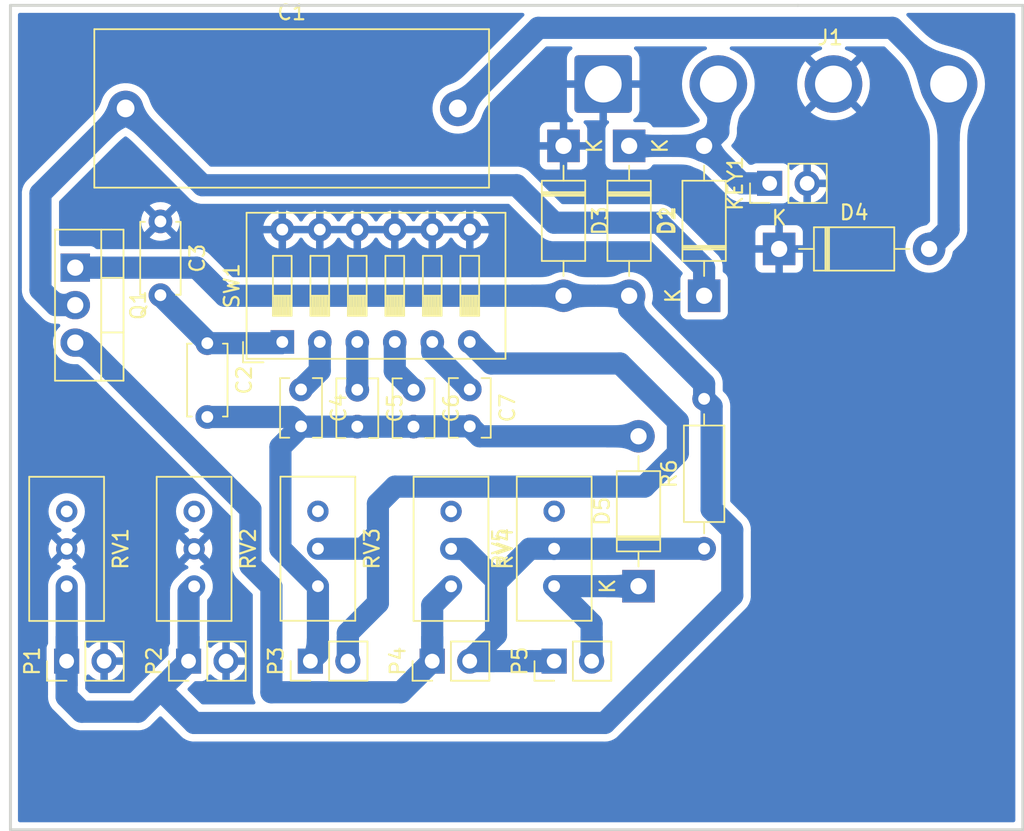
<source format=kicad_pcb>
(kicad_pcb (version 20211014) (generator pcbnew)
  (layers (0 "F.Cu" signal) (31 "B.Cu" signal) (34 "B.Paste" user) (35 "F.Paste" user) (36 "B.SilkS" user "B.Silkscreen") (37 "F.SilkS" user "F.Silkscreen") (38 "B.Mask" user) (39 "F.Mask" user) (44 "Edge.Cuts" user))
  (net 0 "")
  (net 1 "GND")
  (net 2 "Net-(C1-Pad1)")
  (net 3 "Net-(C2-Pad1)")
  (net 4 "RWIRE")
  (net 5 "Net-(C4-Pad1)")
  (net 6 "BWIRE")
  (net 7 "Net-(D5-Pad1)")
  (net 8 "Net-(D1-Pad2)")
  (net 9 "Net-(C2-Pad2)")
  (net 10 "Net-(C5-Pad1)")
  (net 11 "Net-(C6-Pad1)")
  (net 12 "Net-(C7-Pad1)")
  (net 13 "Net-(P4-Pad1)")
  (net 14 "Net-(P4-Pad2)")
  (net 17 "Net-(P3-Pad2)")
  (footprint "Button_Switch_THT:SW_DIP_SPSTx06_Slide_9.78x17.42mm_W7.62mm_P2.54mm" (layer "F.Cu") (at 84.455 78.6975 90)
    (fp_text reference "SW1" (at 3.81 -3.42 90) (layer "F.SilkS"))
    (fp_text value "SW_DIP_x06")
    (pad "1" thru_hole rect (at 0 0 90) (size 1.6 1.6) (drill 0.8) (layers *.Cu *.Mask) (net 3 "Net-(C2-Pad1)"))
    (pad "2" thru_hole oval (at 0 2.54 90) (size 1.6 1.6) (drill 0.8) (layers *.Cu *.Mask) (net 5 "Net-(C4-Pad1)"))
    (pad "3" thru_hole oval (at 0 5.08 90) (size 1.6 1.6) (drill 0.8) (layers *.Cu *.Mask) (net 10 "Net-(C5-Pad1)"))
    (pad "4" thru_hole oval (at 0 7.62 90) (size 1.6 1.6) (drill 0.8) (layers *.Cu *.Mask) (net 11 "Net-(C6-Pad1)"))
    (pad "5" thru_hole oval (at 0 10.16 90) (size 1.6 1.6) (drill 0.8) (layers *.Cu *.Mask) (net 12 "Net-(C7-Pad1)"))
    (pad "6" thru_hole oval (at 0 12.7 90) (size 1.6 1.6) (drill 0.8) (layers *.Cu *.Mask) (net 17 "Net-(P3-Pad2)"))
    (pad "7" thru_hole oval (at 7.62 12.7 90) (size 1.6 1.6) (drill 0.8) (layers *.Cu *.Mask) (net 1 "GND"))
    (pad "8" thru_hole oval (at 7.62 10.16 90) (size 1.6 1.6) (drill 0.8) (layers *.Cu *.Mask) (net 1 "GND"))
    (pad "9" thru_hole oval (at 7.62 7.62 90) (size 1.6 1.6) (drill 0.8) (layers *.Cu *.Mask) (net 1 "GND"))
    (pad "10" thru_hole oval (at 7.62 5.08 90) (size 1.6 1.6) (drill 0.8) (layers *.Cu *.Mask) (net 1 "GND"))
    (pad "11" thru_hole oval (at 7.62 2.54 90) (size 1.6 1.6) (drill 0.8) (layers *.Cu *.Mask) (net 1 "GND"))
    (pad "12" thru_hole oval (at 7.62 0 90) (size 1.6 1.6) (drill 0.8) (layers *.Cu *.Mask) (net 1 "GND"))
  )
  (footprint "Connector_PinHeader_2.54mm:PinHeader_1x02_P2.54mm_Vertical" (layer "F.Cu") (at 69.845 100.33 90)
    (fp_text reference "P1" (at 0 -2.33 90) (layer "F.SilkS"))
    (fp_text value "Conn_01x02_Female")
    (pad "1" thru_hole rect (at 0 0 90) (size 1.7 1.7) (drill 1) (layers *.Cu *.Mask) (net 8 "Net-(D1-Pad2)"))
    (pad "2" thru_hole oval (at 0 2.54 90) (size 1.7 1.7) (drill 1) (layers *.Cu *.Mask) (net 1 "GND"))
  )
  (footprint "Diode_THT:D_DO-41_SOD81_P10.16mm_Horizontal" (layer "F.Cu") (at 103.505 65.405 -90)
    (fp_text reference "D3" (at 5.08 -2.47 90) (layer "F.SilkS"))
    (fp_text value "1N4007")
    (fp_text user "K" (at 0 -2.1 90) (layer "F.SilkS"))
    (pad "1" thru_hole rect (at 0 0 270) (size 2.2 2.2) (drill 1.1) (layers *.Cu *.Mask) (net 1 "GND"))
    (pad "2" thru_hole oval (at 10.16 0 270) (size 2.2 2.2) (drill 1.1) (layers *.Cu *.Mask) (net 8 "Net-(D1-Pad2)"))
  )
  (footprint "Diode_THT:D_DO-41_SOD81_P10.16mm_Horizontal" (layer "F.Cu") (at 118.11 72.39)
    (fp_text reference "D4" (at 5.08 -2.47) (layer "F.SilkS"))
    (fp_text value "1N4007")
    (fp_text user "K" (at 0 -2.1) (layer "F.SilkS"))
    (pad "1" thru_hole rect (at 0 0) (size 2.2 2.2) (drill 1.1) (layers *.Cu *.Mask) (net 1 "GND"))
    (pad "2" thru_hole oval (at 10.16 0) (size 2.2 2.2) (drill 1.1) (layers *.Cu *.Mask) (net 4 "RWIRE"))
  )
  (footprint "Diode_THT:D_DO-41_SOD81_P10.16mm_Horizontal" (layer "F.Cu") (at 113.03 75.565 90)
    (fp_text reference "D2" (at 5.08 -2.47 90) (layer "F.SilkS"))
    (fp_text value "1N4007")
    (fp_text user "K" (at 0 -2.1 90) (layer "F.SilkS"))
    (pad "1" thru_hole rect (at 0 0 90) (size 2.2 2.2) (drill 1.1) (layers *.Cu *.Mask) (net 2 "Net-(C1-Pad1)"))
    (pad "2" thru_hole oval (at 10.16 0 90) (size 2.2 2.2) (drill 1.1) (layers *.Cu *.Mask) (net 6 "BWIRE"))
  )
  (footprint "Connector_PinHeader_2.54mm:PinHeader_1x02_P2.54mm_Vertical" (layer "F.Cu") (at 86.355 100.33 90)
    (fp_text reference "P3" (at 0 -2.33 90) (layer "F.SilkS"))
    (fp_text value "Conn_01x02_Female")
    (pad "1" thru_hole rect (at 0 0 90) (size 1.7 1.7) (drill 1) (layers *.Cu *.Mask) (net 9 "Net-(C2-Pad2)"))
    (pad "2" thru_hole oval (at 0 2.54 90) (size 1.7 1.7) (drill 1) (layers *.Cu *.Mask) (net 17 "Net-(P3-Pad2)"))
  )
  (footprint "Potentiometer_THT:Potentiometer_Bourns_3296W_Vertical" (layer "F.Cu") (at 78.486 95.26 -90)
    (fp_text reference "RV2" (at -2.54 -3.66 -90) (layer "F.SilkS"))
    (fp_text value "500")
    (pad "1" thru_hole circle (at 0 0 270) (size 1.44 1.44) (drill 0.8) (layers *.Cu *.Mask) (net 8 "Net-(D1-Pad2)"))
    (pad "2" thru_hole circle (at -2.54 0 270) (size 1.44 1.44) (drill 0.8) (layers *.Cu *.Mask) (net 1 "GND"))
    (pad "3" thru_hole circle (at -5.08 0 270) (size 1.44 1.44) (drill 0.8) (layers *.Cu *.Mask))
  )
  (footprint "Capacitor_THT:C_Disc_D3.8mm_W2.6mm_P2.50mm" (layer "F.Cu") (at 85.725 81.915 -90)
    (fp_text reference "C4" (at 1.25 -2.55 90) (layer "F.SilkS"))
    (fp_text value "0.47uF")
    (pad "1" thru_hole circle (at 0 0 270) (size 1.6 1.6) (drill 0.8) (layers *.Cu *.Mask) (net 5 "Net-(C4-Pad1)"))
    (pad "2" thru_hole circle (at 2.5 0 270) (size 1.6 1.6) (drill 0.8) (layers *.Cu *.Mask) (net 9 "Net-(C2-Pad2)"))
  )
  (footprint "Capacitor_THT:C_Disc_D3.8mm_W2.6mm_P2.50mm" (layer "F.Cu") (at 97.155 81.915 -90)
    (fp_text reference "C7" (at 1.25 -2.55 90) (layer "F.SilkS"))
    (fp_text value "0.47uF")
    (pad "1" thru_hole circle (at 0 0 270) (size 1.6 1.6) (drill 0.8) (layers *.Cu *.Mask) (net 12 "Net-(C7-Pad1)"))
    (pad "2" thru_hole circle (at 2.5 0 270) (size 1.6 1.6) (drill 0.8) (layers *.Cu *.Mask) (net 9 "Net-(C2-Pad2)"))
  )
  (footprint "Capacitor_THT:C_Disc_D3.8mm_W2.6mm_P2.50mm" (layer "F.Cu") (at 89.535 81.935 -90)
    (fp_text reference "C5" (at 1.25 -2.55 90) (layer "F.SilkS"))
    (fp_text value "0.47uF")
    (pad "1" thru_hole circle (at 0 0 270) (size 1.6 1.6) (drill 0.8) (layers *.Cu *.Mask) (net 10 "Net-(C5-Pad1)"))
    (pad "2" thru_hole circle (at 2.5 0 270) (size 1.6 1.6) (drill 0.8) (layers *.Cu *.Mask) (net 9 "Net-(C2-Pad2)"))
  )
  (footprint "Capacitor_THT:C_Disc_D4.7mm_W2.5mm_P5.00mm" (layer "F.Cu") (at 79.375 78.78 -90)
    (fp_text reference "C2" (at 2.5 -2.5 90) (layer "F.SilkS"))
    (fp_text value "4.7uF")
    (pad "1" thru_hole circle (at 0 0 270) (size 1.6 1.6) (drill 0.8) (layers *.Cu *.Mask) (net 3 "Net-(C2-Pad1)"))
    (pad "2" thru_hole circle (at 5 0 270) (size 1.6 1.6) (drill 0.8) (layers *.Cu *.Mask) (net 9 "Net-(C2-Pad2)"))
  )
  (footprint "Diode_THT:D_DO-41_SOD81_P10.16mm_Horizontal" (layer "F.Cu") (at 107.95 65.405 -90)
    (fp_text reference "D1" (at 5.08 -2.47 90) (layer "F.SilkS"))
    (fp_text value "1N4007")
    (fp_text user "K" (at 0 -2.1 90) (layer "F.SilkS"))
    (pad "1" thru_hole rect (at 0 0 270) (size 2.2 2.2) (drill 1.1) (layers *.Cu *.Mask) (net 6 "BWIRE"))
    (pad "2" thru_hole oval (at 10.16 0 270) (size 2.2 2.2) (drill 1.1) (layers *.Cu *.Mask) (net 8 "Net-(D1-Pad2)"))
  )
  (footprint "Capacitor_THT:C_Disc_D4.7mm_W2.5mm_P5.00mm" (layer "F.Cu") (at 76.2 70.525 -90)
    (fp_text reference "C3" (at 2.5 -2.5 90) (layer "F.SilkS"))
    (fp_text value "4.7uF")
    (pad "1" thru_hole circle (at 0 0 270) (size 1.6 1.6) (drill 0.8) (layers *.Cu *.Mask) (net 1 "GND"))
    (pad "2" thru_hole circle (at 5 0 270) (size 1.6 1.6) (drill 0.8) (layers *.Cu *.Mask) (net 3 "Net-(C2-Pad1)"))
  )
  (footprint "Connector_PinHeader_2.54mm:PinHeader_1x02_P2.54mm_Vertical" (layer "F.Cu") (at 102.87 100.33 90)
    (fp_text reference "P5" (at 0 -2.33 90) (layer "F.SilkS"))
    (fp_text value "Conn_01x02_Female")
    (pad "1" thru_hole rect (at 0 0 90) (size 1.7 1.7) (drill 1) (layers *.Cu *.Mask) (net 14 "Net-(P4-Pad2)"))
    (pad "2" thru_hole oval (at 0 2.54 90) (size 1.7 1.7) (drill 1) (layers *.Cu *.Mask) (net 7 "Net-(D5-Pad1)"))
  )
  (footprint "Connector_Wire:SolderWire-2sqmm_1x04_P7.8mm_D2mm_OD3.9mm" (layer "F.Cu") (at 106.193 61.214)
    (fp_text reference "J1" (at 15.383 -3.15) (layer "F.SilkS"))
    (fp_text value "Conn_01x04_Male")
    (pad "1" thru_hole roundrect locked (at 0 0) (size 3.9 3.9) (drill 2.5) (layers *.Cu *.Mask) (roundrect_rratio 0.06410307692) (net 1 "GND"))
    (pad "2" thru_hole circle locked (at 7.8 0) (size 3.9 3.9) (drill 2.5) (layers *.Cu *.Mask) (net 6 "BWIRE"))
    (pad "3" thru_hole circle locked (at 15.6 0) (size 3.9 3.9) (drill 2.5) (layers *.Cu *.Mask) (net 1 "GND"))
    (pad "4" thru_hole circle locked (at 23.4 0) (size 3.9 3.9) (drill 2.5) (layers *.Cu *.Mask) (net 4 "RWIRE"))
  )
  (footprint "Potentiometer_THT:Potentiometer_Bourns_3296W_Vertical" (layer "F.Cu") (at 86.868 95.25 -90)
    (fp_text reference "RV3" (at -2.54 -3.66 90) (layer "F.SilkS"))
    (fp_text value "1k")
    (pad "1" thru_hole circle (at 0 0 270) (size 1.44 1.44) (drill 0.8) (layers *.Cu *.Mask) (net 9 "Net-(C2-Pad2)"))
    (pad "2" thru_hole circle (at -2.54 0 270) (size 1.44 1.44) (drill 0.8) (layers *.Cu *.Mask) (net 17 "Net-(P3-Pad2)"))
    (pad "3" thru_hole circle (at -5.08 0 270) (size 1.44 1.44) (drill 0.8) (layers *.Cu *.Mask))
  )
  (footprint "Capacitor_THT:C_Disc_D3.8mm_W2.6mm_P2.50mm" (layer "F.Cu") (at 93.345 81.935 -90)
    (fp_text reference "C6" (at 1.25 -2.55 90) (layer "F.SilkS"))
    (fp_text value "0.47uF")
    (pad "1" thru_hole circle (at 0 0 270) (size 1.6 1.6) (drill 0.8) (layers *.Cu *.Mask) (net 11 "Net-(C6-Pad1)"))
    (pad "2" thru_hole circle (at 2.5 0 270) (size 1.6 1.6) (drill 0.8) (layers *.Cu *.Mask) (net 9 "Net-(C2-Pad2)"))
  )
  (footprint "Connector_PinHeader_2.54mm:PinHeader_1x02_P2.54mm_Vertical" (layer "F.Cu") (at 78.105 100.33 90)
    (fp_text reference "P2" (at 0 -2.33 90) (layer "F.SilkS"))
    (fp_text value "Conn_01x02_Female")
    (pad "1" thru_hole rect (at 0 0 90) (size 1.7 1.7) (drill 1) (layers *.Cu *.Mask) (net 8 "Net-(D1-Pad2)"))
    (pad "2" thru_hole oval (at 0 2.54 90) (size 1.7 1.7) (drill 1) (layers *.Cu *.Mask) (net 1 "GND"))
  )
  (footprint "Connector_PinHeader_2.54mm:PinHeader_1x02_P2.54mm_Vertical" (layer "F.Cu") (at 94.61 100.33 90)
    (fp_text reference "P4" (at 0 -2.33 90) (layer "F.SilkS"))
    (fp_text value "Conn_01x02_Female")
    (pad "1" thru_hole rect (at 0 0 90) (size 1.7 1.7) (drill 1) (layers *.Cu *.Mask) (net 13 "Net-(P4-Pad1)"))
    (pad "2" thru_hole oval (at 0 2.54 90) (size 1.7 1.7) (drill 1) (layers *.Cu *.Mask) (net 14 "Net-(P4-Pad2)"))
  )
  (footprint "Capacitor_THT:C_Rect_L26.5mm_W10.5mm_P22.50mm_MKS4" (layer "F.Cu") (at 73.84 62.865)
    (fp_text reference "C1" (at 11.25 -6.5) (layer "F.SilkS"))
    (fp_text value "1uF")
    (pad "1" thru_hole circle (at 0 0) (size 2.4 2.4) (drill 1.2) (layers *.Cu *.Mask) (net 2 "Net-(C1-Pad1)"))
    (pad "2" thru_hole circle (at 22.5 0) (size 2.4 2.4) (drill 1.2) (layers *.Cu *.Mask) (net 4 "RWIRE"))
  )
  (footprint "Potentiometer_THT:Potentiometer_Bourns_3296W_Vertical" (layer "F.Cu") (at 95.89 95.26 -90)
    (fp_text reference "RV4" (at -2.54 -3.66 -90) (layer "F.SilkS"))
    (fp_text value "500")
    (pad "1" thru_hole circle (at 0 0 270) (size 1.44 1.44) (drill 0.8) (layers *.Cu *.Mask) (net 13 "Net-(P4-Pad1)"))
    (pad "2" thru_hole circle (at -2.54 0 270) (size 1.44 1.44) (drill 0.8) (layers *.Cu *.Mask) (net 14 "Net-(P4-Pad2)"))
    (pad "3" thru_hole circle (at -5.08 0 270) (size 1.44 1.44) (drill 0.8) (layers *.Cu *.Mask))
  )
  (footprint "Resistor_THT:R_Axial_DIN0207_L6.3mm_D2.5mm_P10.16mm_Horizontal" (layer "F.Cu") (at 113.03 92.71 90)
    (fp_text reference "R6" (at 5.08 -2.37 90) (layer "F.SilkS"))
    (fp_text value "1K")
    (pad "1" thru_hole circle (at 0 0 90) (size 1.6 1.6) (drill 0.8) (layers *.Cu *.Mask) (net 14 "Net-(P4-Pad2)"))
    (pad "2" thru_hole oval (at 10.16 0 90) (size 1.6 1.6) (drill 0.8) (layers *.Cu *.Mask) (net 8 "Net-(D1-Pad2)"))
  )
  (footprint "Package_TO_SOT_THT:TO-220-3_Vertical" (layer "F.Cu") (at 70.429 73.66 -90)
    (fp_text reference "Q1" (at 2.54 -4.27 90) (layer "F.SilkS"))
    (fp_text value "TIC106")
    (pad "1" thru_hole rect (at 0 0 270) (size 1.905 2) (drill 1.1) (layers *.Cu *.Mask) (net 8 "Net-(D1-Pad2)"))
    (pad "2" thru_hole oval (at 2.54 0 270) (size 1.905 2) (drill 1.1) (layers *.Cu *.Mask) (net 2 "Net-(C1-Pad1)"))
    (pad "3" thru_hole oval (at 5.08 0 270) (size 1.905 2) (drill 1.1) (layers *.Cu *.Mask) (net 13 "Net-(P4-Pad1)"))
  )
  (footprint "Potentiometer_THT:Potentiometer_Bourns_3296W_Vertical" (layer "F.Cu") (at 102.87 90.17 90)
    (fp_text reference "RV5" (at -2.54 -3.66 90) (layer "F.SilkS"))
    (fp_text value "50")
    (pad "1" thru_hole circle (at 0 0 90) (size 1.44 1.44) (drill 0.8) (layers *.Cu *.Mask))
    (pad "2" thru_hole circle (at -2.54 0 90) (size 1.44 1.44) (drill 0.8) (layers *.Cu *.Mask) (net 14 "Net-(P4-Pad2)"))
    (pad "3" thru_hole circle (at -5.08 0 90) (size 1.44 1.44) (drill 0.8) (layers *.Cu *.Mask) (net 7 "Net-(D5-Pad1)"))
  )
  (footprint "Potentiometer_THT:Potentiometer_Bourns_3296W_Vertical" (layer "F.Cu") (at 69.85 95.26 -90)
    (fp_text reference "RV1" (at -2.54 -3.66 90) (layer "F.SilkS"))
    (fp_text value "50")
    (pad "1" thru_hole circle (at 0 0 270) (size 1.44 1.44) (drill 0.8) (layers *.Cu *.Mask) (net 8 "Net-(D1-Pad2)"))
    (pad "2" thru_hole circle (at -2.54 0 270) (size 1.44 1.44) (drill 0.8) (layers *.Cu *.Mask) (net 1 "GND"))
    (pad "3" thru_hole circle (at -5.08 0 270) (size 1.44 1.44) (drill 0.8) (layers *.Cu *.Mask))
  )
  (footprint "Connector_PinHeader_2.54mm:PinHeader_1x02_P2.54mm_Vertical" (layer "F.Cu") (at 117.47 67.945 90)
    (fp_text reference "KEY1" (at 0 -2.33 90) (layer "F.SilkS"))
    (fp_text value "Conn_01x02_Male")
    (pad "1" thru_hole rect (at 0 0 90) (size 1.7 1.7) (drill 1) (layers *.Cu *.Mask) (net 6 "BWIRE"))
    (pad "2" thru_hole oval (at 0 2.54 90) (size 1.7 1.7) (drill 1) (layers *.Cu *.Mask) (net 1 "GND"))
  )
  (footprint "Diode_THT:D_DO-41_SOD81_P10.16mm_Horizontal" (layer "F.Cu") (at 108.585 95.25 90)
    (fp_text reference "D5" (at 5.08 -2.47 90) (layer "F.SilkS"))
    (fp_text value "1N4007")
    (fp_text user "K" (at 0 -2.1 90) (layer "F.SilkS"))
    (pad "1" thru_hole rect (at 0 0 90) (size 2.2 2.2) (drill 1.1) (layers *.Cu *.Mask) (net 7 "Net-(D5-Pad1)"))
    (pad "2" thru_hole oval (at 10.16 0 90) (size 2.2 2.2) (drill 1.1) (layers *.Cu *.Mask) (net 9 "Net-(C2-Pad2)"))
  )
  (gr_line (start 134.62 111.76) (end 134.62 55.88) (layer "Edge.Cuts") (width 0.2))
  (gr_line (start 66.04 55.88) (end 66.04 111.76) (layer "Edge.Cuts") (width 0.2))
  (gr_line (start 134.62 55.88) (end 119.38 55.88) (layer "Edge.Cuts") (width 0.2))
  (gr_line (start 119.38 55.88) (end 66.04 55.88) (layer "Edge.Cuts") (width 0.2))
  (gr_line (start 66.04 111.76) (end 134.62 111.76) (layer "Edge.Cuts") (width 0.2))
  (segment (start 68.072 68.633) (end 68.072 75.154522) (width 1.5) (layer "B.Cu") (net 2))
  (segment (start 100.33 68.072) (end 102.87 70.612) (width 1.5) (layer "B.Cu") (net 2))
  (segment (start 102.87 70.612) (end 109.982 70.612) (width 1.5) (layer "B.Cu") (net 2))
  (segment (start 73.84 62.865) (end 79.047 68.072) (width 1.5) (layer "B.Cu") (net 2))
  (segment (start 109.982 70.612) (end 113.03 73.66) (width 1.5) (layer "B.Cu") (net 2))
  (segment (start 113.03 73.66) (end 113.03 75.565) (width 1.5) (layer "B.Cu") (net 2))
  (segment (start 73.84 62.865) (end 68.072 68.633) (width 1.5) (layer "B.Cu") (net 2))
  (segment (start 68.072 75.154522) (end 69.117478 76.2) (width 1.5) (layer "B.Cu") (net 2))
  (segment (start 79.047 68.072) (end 100.33 68.072) (width 1.5) (layer "B.Cu") (net 2))
  (segment (start 69.117478 76.2) (end 70.429 76.2) (width 1.5) (layer "B.Cu") (net 2))
  (segment (start 79.375 78.7) (end 76.2 75.525) (width 1.5) (layer "B.Cu") (net 3))
  (segment (start 79.375 78.78) (end 84.3725 78.78) (width 1.5) (layer "B.Cu") (net 3))
  (segment (start 79.375 78.78) (end 79.375 78.7) (width 1.5) (layer "B.Cu") (net 3))
  (segment (start 84.3725 78.78) (end 84.455 78.6975) (width 1.5) (layer "B.Cu") (net 3))
  (segment (start 129.593 71.067) (end 128.27 72.39) (width 1.5) (layer "B.Cu") (net 4))
  (segment (start 125.783 57.404) (end 129.593 61.214) (width 1.5) (layer "B.Cu") (net 4))
  (segment (start 96.34 62.865) (end 101.801 57.404) (width 1.5) (layer "B.Cu") (net 4))
  (segment (start 128.27 60.685) (end 128.63 60.325) (width 1.5) (layer "B.Cu") (net 4))
  (segment (start 129.593 61.214) (end 129.593 71.067) (width 1.5) (layer "B.Cu") (net 4))
  (segment (start 101.801 57.404) (end 125.783 57.404) (width 1.5) (layer "B.Cu") (net 4))
  (segment (start 86.995 78.6975) (end 86.995 80.645) (width 1.5) (layer "B.Cu") (net 5))
  (segment (start 86.995 80.645) (end 85.725 81.915) (width 1.5) (layer "B.Cu") (net 5))
  (segment (start 117.47 67.945) (end 115.57 67.945) (width 1.5) (layer "B.Cu") (net 6))
  (segment (start 115.57 67.945) (end 113.03 65.405) (width 1.5) (layer "B.Cu") (net 6))
  (segment (start 113.993 64.442) (end 113.03 65.405) (width 1.5) (layer "B.Cu") (net 6))
  (segment (start 107.95 65.405) (end 113.03 65.405) (width 1.5) (layer "B.Cu") (net 6))
  (segment (start 113.993 61.214) (end 113.993 64.442) (width 1.5) (layer "B.Cu") (net 6))
  (segment (start 108.585 95.25) (end 102.87 95.25) (width 1.5) (layer "B.Cu") (net 7))
  (segment (start 105.41 97.79) (end 105.41 100.33) (width 1.5) (layer "B.Cu") (net 7))
  (segment (start 102.87 95.25) (end 105.41 97.79) (width 1.5) (layer "B.Cu") (net 7))
  (segment (start 113.03 81.534) (end 113.03 82.55) (width 1.5) (layer "B.Cu") (net 8))
  (segment (start 69.85 100.325) (end 69.845 100.33) (width 1.5) (layer "B.Cu") (net 8))
  (segment (start 107.95 76.454) (end 113.03 81.534) (width 1.5) (layer "B.Cu") (net 8))
  (segment (start 74.676 103.759) (end 76.2 102.235) (width 1.5) (layer "B.Cu") (net 8))
  (segment (start 113.03 82.55) (end 113.538 83.058) (width 1.5) (layer "B.Cu") (net 8))
  (segment (start 114.935 95.885) (end 106.299 104.521) (width 1.5) (layer "B.Cu") (net 8))
  (segment (start 106.299 104.521) (end 78.486 104.521) (width 1.5) (layer "B.Cu") (net 8))
  (segment (start 103.505 75.565) (end 80.556742 75.565) (width 1.5) (layer "B.Cu") (net 8))
  (segment (start 114.935 91.44) (end 114.935 95.885) (width 1.5) (layer "B.Cu") (net 8))
  (segment (start 78.105 95.641) (end 78.486 95.26) (width 1.5) (layer "B.Cu") (net 8))
  (segment (start 76.2 102.235) (end 78.105 100.33) (width 1.5) (layer "B.Cu") (net 8))
  (segment (start 70.429 73.66) (end 78.651742 73.66) (width 1.5) (layer "B.Cu") (net 8))
  (segment (start 69.845 100.33) (end 69.845 102.738) (width 1.5) (layer "B.Cu") (net 8))
  (segment (start 103.505 75.565) (end 107.95 75.565) (width 1.5) (layer "B.Cu") (net 8))
  (segment (start 78.486 104.521) (end 76.2 102.235) (width 1.5) (layer "B.Cu") (net 8))
  (segment (start 113.538 90.043) (end 114.935 91.44) (width 1.5) (layer "B.Cu") (net 8))
  (segment (start 113.538 83.058) (end 113.538 90.043) (width 1.5) (layer "B.Cu") (net 8))
  (segment (start 70.866 103.759) (end 74.676 103.759) (width 1.5) (layer "B.Cu") (net 8))
  (segment (start 69.845 102.738) (end 70.866 103.759) (width 1.5) (layer "B.Cu") (net 8))
  (segment (start 69.85 95.26) (end 69.85 100.325) (width 1.5) (layer "B.Cu") (net 8))
  (segment (start 80.556742 75.565) (end 78.651742 73.66) (width 1.5) (layer "B.Cu") (net 8))
  (segment (start 78.105 100.33) (end 78.105 95.641) (width 1.5) (layer "B.Cu") (net 8))
  (segment (start 107.95 75.565) (end 107.95 76.454) (width 1.5) (layer "B.Cu") (net 8))
  (segment (start 93.365 84.415) (end 93.345 84.435) (width 1.5) (layer "B.Cu") (net 9))
  (segment (start 79.375 83.78) (end 85.09 83.78) (width 1.5) (layer "B.Cu") (net 9))
  (segment (start 85.725 84.415) (end 84.328 85.812) (width 1.5) (layer "B.Cu") (net 9))
  (segment (start 108.585 85.09) (end 97.83 85.09) (width 1.5) (layer "B.Cu") (net 9))
  (segment (start 84.328 85.812) (end 84.328 92.71) (width 1.5) (layer "B.Cu") (net 9))
  (segment (start 86.868 95.25) (end 86.868 99.817) (width 1.5) (layer "B.Cu") (net 9))
  (segment (start 85.745 84.435) (end 85.725 84.415) (width 1.5) (layer "B.Cu") (net 9))
  (segment (start 97.155 84.415) (end 93.365 84.415) (width 1.5) (layer "B.Cu") (net 9))
  (segment (start 86.868 99.817) (end 86.355 100.33) (width 1.5) (layer "B.Cu") (net 9))
  (segment (start 84.328 92.71) (end 86.868 95.25) (width 1.5) (layer "B.Cu") (net 9))
  (segment (start 93.345 84.435) (end 89.535 84.435) (width 1.5) (layer "B.Cu") (net 9))
  (segment (start 89.535 84.435) (end 85.745 84.435) (width 1.5) (layer "B.Cu") (net 9))
  (segment (start 97.83 85.09) (end 97.155 84.415) (width 1.5) (layer "B.Cu") (net 9))
  (segment (start 85.09 83.78) (end 85.725 84.415) (width 1.5) (layer "B.Cu") (net 9))
  (segment (start 89.535 78.6975) (end 89.535 81.935) (width 1.5) (layer "B.Cu") (net 10))
  (segment (start 92.075 80.665) (end 93.345 81.935) (width 1.5) (layer "B.Cu") (net 11))
  (segment (start 92.075 78.6975) (end 92.075 80.665) (width 1.5) (layer "B.Cu") (net 11))
  (segment (start 94.615 78.6975) (end 94.615 79.375) (width 1.5) (layer "B.Cu") (net 12))
  (segment (start 94.615 79.375) (end 97.155 81.915) (width 1.5) (layer "B.Cu") (net 12))
  (segment (start 82.296 93.853) (end 83.714511 95.271511) (width 1.5) (layer "B.Cu") (net 13))
  (segment (start 95.89 95.26) (end 94.61 96.54) (width 1.5) (layer "B.Cu") (net 13))
  (segment (start 94.61 96.54) (end 94.61 100.33) (width 1.5) (layer "B.Cu") (net 13))
  (segment (start 82.296 90.043) (end 82.296 93.853) (width 1.5) (layer "B.Cu") (net 13))
  (segment (start 83.714511 95.271511) (end 83.714511 102.44048) (width 1.5) (layer "B.Cu") (net 13))
  (segment (start 70.429 78.74) (end 70.993 78.74) (width 1.5) (layer "B.Cu") (net 13))
  (segment (start 70.993 78.74) (end 82.296 90.043) (width 1.5) (layer "B.Cu") (net 13))
  (segment (start 92.49952 102.44048) (end 94.61 100.33) (width 1.5) (layer "B.Cu") (net 13))
  (segment (start 83.714511 102.44048) (end 92.49952 102.44048) (width 1.5) (layer "B.Cu") (net 13))
  (segment (start 98.933 94.869) (end 98.933 98.547) (width 1.5) (layer "B.Cu") (net 14))
  (segment (start 102.87 92.71) (end 113.03 92.71) (width 1.5) (layer "B.Cu") (net 14))
  (segment (start 96.784 92.72) (end 98.933 94.869) (width 1.5) (layer "B.Cu") (net 14))
  (segment (start 96.784 92.72) (end 95.89 92.72) (width 1.5) (layer "B.Cu") (net 14))
  (segment (start 99.06 94.869) (end 98.933 94.869) (width 1.5) (layer "B.Cu") (net 14))
  (segment (start 98.933 98.547) (end 97.15 100.33) (width 1.5) (layer "B.Cu") (net 14))
  (segment (start 97.15 100.33) (end 99.949 100.33) (width 1.5) (layer "B.Cu") (net 14))
  (segment (start 102.86 92.72) (end 102.87 92.71) (width 1.5) (layer "B.Cu") (net 14))
  (segment (start 101.219 92.71) (end 102.87 92.71) (width 1.5) (layer "B.Cu") (net 14))
  (segment (start 99.06 94.869) (end 101.219 92.71) (width 1.5) (layer "B.Cu") (net 14))
  (segment (start 99.949 100.33) (end 102.87 100.33) (width 1.5) (layer "B.Cu") (net 14))
  (segment (start 86.868 92.71) (end 89.916 92.71) (width 1.5) (layer "B.Cu") (net 17))
  (segment (start 98.612011 80.154511) (end 107.332511 80.154511) (width 1.5) (layer "B.Cu") (net 17))
  (segment (start 89.916 92.71) (end 90.932 91.694) (width 1.5) (layer "B.Cu") (net 17))
  (segment (start 90.932 96.393) (end 90.932 91.694) (width 1.5) (layer "B.Cu") (net 17))
  (segment (start 107.332511 80.154511) (end 111.252 84.074) (width 1.5) (layer "B.Cu") (net 17))
  (segment (start 108.984511 88.500489) (end 92.093511 88.500489) (width 1.5) (layer "B.Cu") (net 17))
  (segment (start 90.932 91.694) (end 90.932 89.662) (width 1.5) (layer "B.Cu") (net 17))
  (segment (start 88.895 98.43) (end 90.932 96.393) (width 1.5) (layer "B.Cu") (net 17))
  (segment (start 90.932 89.662) (end 92.093511 88.500489) (width 1.5) (layer "B.Cu") (net 17))
  (segment (start 111.252 84.074) (end 111.252 86.233) (width 1.5) (layer "B.Cu") (net 17))
  (segment (start 88.895 100.33) (end 88.895 98.43) (width 1.5) (layer "B.Cu") (net 17))
  (segment (start 111.252 86.233) (end 108.984511 88.500489) (width 1.5) (layer "B.Cu") (net 17))
  (segment (start 97.155 78.6975) (end 98.612011 80.154511) (width 1.5) (layer "B.Cu") (net 17))
  (zone (net 8) (net_name "Net-(D1-Pad2)") (layer "B.Cu") (priority 16962) (connect_pads yes (clearance 0)) (min_thickness 0.0254) (fill yes (thermal_gap 0.508) (thermal_bridge_width 0.508))
    (polygon (pts (xy 77.355 98.64) (xy 77.355744 98.834869) (xy 77.357581 99.022035) (xy 77.359913 99.199143) (xy 77.362144 99.363838) (xy 77.363677 99.513766) (xy 77.363916 99.646572) (xy 77.362264 99.759902) (xy 77.358125 99.851402) (xy 77.350902 99.918718) (xy 77.34 99.959494) (xy 78.105 100.755) (xy 78.87 99.959494) (xy 78.859097 99.918718) (xy 78.851874 99.851402) (xy 78.847735 99.759902) (xy 78.846083 99.646572) (xy 78.846322 99.513766) (xy 78.847855 99.363838) (xy 78.850086 99.199143) (xy 78.852418 99.022035) (xy 78.854255 98.834869) (xy 78.855 98.64)))
  )
  (zone (net 2) (net_name "Net-(C1-Pad1)") (layer "B.Cu") (priority 16962) (connect_pads yes (clearance 0)) (min_thickness 0.0254) (fill yes (thermal_gap 0.508) (thermal_bridge_width 0.508))
    (polygon (pts (xy 72.680345 65.085315) (xy 72.868993 64.898163) (xy 73.036258 64.736798) (xy 73.187384 64.598089) (xy 73.327614 64.478905) (xy 73.462192 64.376117) (xy 73.59636 64.286593) (xy 73.735362 64.207204) (xy 73.884442 64.134819) (xy 74.048844 64.066307) (xy 74.23381 63.99854) (xy 74.264264 62.440736) (xy 72.70646 62.47119) (xy 72.638692 62.656155) (xy 72.57018 62.820557) (xy 72.497795 62.969637) (xy 72.418406 63.108639) (xy 72.328882 63.242807) (xy 72.226094 63.377385) (xy 72.10691 63.517615) (xy 71.968201 63.668741) (xy 71.806836 63.836006) (xy 71.619685 64.024655)))
  )
  (zone (net 8) (net_name "Net-(D1-Pad2)") (layer "B.Cu") (priority 16962) (connect_pads yes (clearance 0)) (min_thickness 0.0254) (fill yes (thermal_gap 0.508) (thermal_bridge_width 0.508))
    (polygon (pts (xy 105.76 76.315) (xy 106.003368 76.31475) (xy 106.218364 76.315178) (xy 106.409602 76.318052) (xy 106.581694 76.325136) (xy 106.739254 76.338198) (xy 106.886895 76.359004) (xy 107.029229 76.389321) (xy 107.170869 76.430915) (xy 107.316429 76.485552) (xy 107.470522 76.555) (xy 108.5 75.565) (xy 107.470522 74.575) (xy 107.316429 74.644447) (xy 107.170869 74.699084) (xy 107.029229 74.740678) (xy 106.886895 74.770995) (xy 106.739254 74.791801) (xy 106.581694 74.804863) (xy 106.409602 74.811947) (xy 106.218364 74.814821) (xy 106.003368 74.815249) (xy 105.76 74.815)))
  )
  (zone (net 8) (net_name "Net-(D1-Pad2)") (layer "B.Cu") (priority 16962) (connect_pads yes (clearance 0)) (min_thickness 0.0254) (fill yes (thermal_gap 0.508) (thermal_bridge_width 0.508))
    (polygon (pts (xy 69.1 98.635) (xy 69.100681 98.829951) (xy 69.102342 99.017205) (xy 69.104412 99.194402) (xy 69.106317 99.359182) (xy 69.107483 99.509186) (xy 69.10734 99.642053) (xy 69.105313 99.755425) (xy 69.10083 99.846943) (xy 69.093319 99.914245) (xy 69.082206 99.954974) (xy 69.842486 100.754992) (xy 70.612178 99.964027) (xy 70.601407 99.922894) (xy 70.59443 99.855056) (xy 70.59062 99.762879) (xy 70.58935 99.648731) (xy 70.589994 99.514978) (xy 70.591926 99.363988) (xy 70.594518 99.198128) (xy 70.597146 99.019765) (xy 70.599182 98.831267) (xy 70.6 98.635)))
  )
  (zone (net 2) (net_name "Net-(C1-Pad1)") (layer "B.Cu") (priority 16962) (connect_pads yes (clearance 0)) (min_thickness 0.0254) (fill yes (thermal_gap 0.508) (thermal_bridge_width 0.508))
    (polygon (pts (xy 112.291074 73.981733) (xy 112.385864 74.10046) (xy 112.434886 74.216677) (xy 112.445311 74.330629) (xy 112.424311 74.442562) (xy 112.379057 74.552722) (xy 112.316722 74.661353) (xy 112.244478 74.768704) (xy 112.169494 74.875018) (xy 112.098944 74.980542) (xy 112.04 75.085522) (xy 113.03 76.115) (xy 113.807817 74.787183) (xy 113.700212 74.640097) (xy 113.646746 74.479469) (xy 113.632283 74.307083) (xy 113.641686 74.124724) (xy 113.659822 73.934175) (xy 113.671554 73.737223) (xy 113.661746 73.535652) (xy 113.615264 73.331247) (xy 113.516971 73.125793) (xy 113.351733 72.921074)))
  )
  (zone (net 6) (net_name "BWIRE") (layer "B.Cu") (priority 16962) (connect_pads yes (clearance 0)) (min_thickness 0.0254) (fill yes (thermal_gap 0.508) (thermal_bridge_width 0.508))
    (polygon (pts (xy 115.108893 66.423233) (xy 114.936629 66.251322) (xy 114.784907 66.098994) (xy 114.651713 65.961737) (xy 114.535034 65.83504) (xy 114.432859 65.714392) (xy 114.343174 65.595283) (xy 114.263966 65.473201) (xy 114.193222 65.343635) (xy 114.12893 65.202074) (xy 114.069078 65.044008) (xy 112.641092 65.016092) (xy 112.669008 66.444078) (xy 112.827074 66.50393) (xy 112.968635 66.568222) (xy 113.098201 66.638966) (xy 113.220283 66.718174) (xy 113.339392 66.807859) (xy 113.46004 66.910034) (xy 113.586737 67.026713) (xy 113.723994 67.159907) (xy 113.876322 67.311629) (xy 114.048233 67.483893)))
  )
  (zone (net 6) (net_name "BWIRE") (layer "B.Cu") (priority 16962) (connect_pads yes (clearance 0)) (min_thickness 0.0254) (fill yes (thermal_gap 0.508) (thermal_bridge_width 0.508))
    (polygon (pts (xy 113.243 63.603888) (xy 113.23527 63.73824) (xy 113.212966 63.856007) (xy 113.177414 63.958561) (xy 113.12994 64.047278) (xy 113.07187 64.12353) (xy 113.004531 64.188692) (xy 112.929249 64.244139) (xy 112.84735 64.291243) (xy 112.760161 64.331379) (xy 112.669008 64.365922) (xy 112.641092 65.793908) (xy 114.13 65.405) (xy 114.147164 65.221742) (xy 114.193752 65.05852) (xy 114.262407 64.908084) (xy 114.345776 64.76318) (xy 114.4365 64.616559) (xy 114.527224 64.460969) (xy 114.610592 64.289158) (xy 114.679248 64.093875) (xy 114.725836 63.867869) (xy 114.743 63.603888)))
  )
  (zone (net 2) (net_name "Net-(C1-Pad1)") (layer "B.Cu") (priority 16962) (connect_pads yes (clearance 0)) (min_thickness 0.0254) (fill yes (thermal_gap 0.508) (thermal_bridge_width 0.508))
    (polygon (pts (xy 76.060315 64.024655) (xy 75.873163 63.836006) (xy 75.711798 63.668741) (xy 75.573089 63.517615) (xy 75.453905 63.377385) (xy 75.351117 63.242807) (xy 75.261593 63.108639) (xy 75.182204 62.969637) (xy 75.109819 62.820557) (xy 75.041307 62.656155) (xy 74.97354 62.47119) (xy 73.415736 62.440736) (xy 73.44619 63.99854) (xy 73.631155 64.066307) (xy 73.795557 64.134819) (xy 73.944637 64.207204) (xy 74.083639 64.286593) (xy 74.217807 64.376117) (xy 74.352385 64.478905) (xy 74.492615 64.598089) (xy 74.643741 64.736798) (xy 74.811006 64.898163) (xy 74.999655 65.085315)))
  )
  (zone (net 8) (net_name "Net-(D1-Pad2)") (layer "B.Cu") (priority 16962) (connect_pads yes (clearance 0)) (min_thickness 0.0254) (fill yes (thermal_gap 0.508) (thermal_bridge_width 0.508))
    (polygon (pts (xy 109.456136 76.899476) (xy 109.343597 76.783206) (xy 109.246095 76.67353) (xy 109.16365 76.568996) (xy 109.096284 76.468153) (xy 109.044017 76.369548) (xy 109.006869 76.271732) (xy 108.984863 76.173251) (xy 108.978017 76.072656) (xy 108.986354 75.968493) (xy 109.009895 75.859313) (xy 107.851443 75.023903) (xy 107.172183 76.342817) (xy 107.306542 76.488208) (xy 107.419361 76.630974) (xy 107.517716 76.77346) (xy 107.608681 76.918012) (xy 107.699331 77.066978) (xy 107.796741 77.222704) (xy 107.907985 77.387536) (xy 108.040139 77.563821) (xy 108.200278 77.753905) (xy 108.395476 77.960136)))
  )
  (zone (net 9) (net_name "Net-(C2-Pad2)") (layer "B.Cu") (priority 16962) (connect_pads yes (clearance 0)) (min_thickness 0.0254) (fill yes (thermal_gap 0.508) (thermal_bridge_width 0.508))
    (polygon (pts (xy 106.395 85.84) (xy 106.638368 85.83975) (xy 106.853364 85.840178) (xy 107.044602 85.843052) (xy 107.216694 85.850136) (xy 107.374254 85.863198) (xy 107.521895 85.884004) (xy 107.664229 85.914321) (xy 107.805869 85.955915) (xy 107.951429 86.010552) (xy 108.105522 86.08) (xy 109.135 85.09) (xy 108.105522 84.1) (xy 107.951429 84.169447) (xy 107.805869 84.224084) (xy 107.664229 84.265678) (xy 107.521895 84.295995) (xy 107.374254 84.316801) (xy 107.216694 84.329863) (xy 107.044602 84.336947) (xy 106.853364 84.339821) (xy 106.638368 84.340249) (xy 106.395 84.34)))
  )
  (zone (net 2) (net_name "Net-(C1-Pad1)") (layer "B.Cu") (priority 16962) (connect_pads yes (clearance 0)) (min_thickness 0.0254) (fill yes (thermal_gap 0.508) (thermal_bridge_width 0.508))
    (polygon (pts (xy 68.162193 76.305374) (xy 68.34358 76.458057) (xy 68.52714 76.563706) (xy 68.71022 76.63197) (xy 68.890166 76.672497) (xy 69.064327 76.694936) (xy 69.230048 76.708936) (xy 69.384677 76.724146) (xy 69.525561 76.750214) (xy 69.650046 76.796788) (xy 69.755481 76.873519) (xy 70.90525 76.2) (xy 70.013815 75.34275) (xy 69.953117 75.369969) (xy 69.885663 75.394933) (xy 69.812454 75.415404) (xy 69.73449 75.42914) (xy 69.65277 75.433902) (xy 69.568296 75.427451) (xy 69.482066 75.407546) (xy 69.395082 75.371948) (xy 69.308344 75.318418) (xy 69.222852 75.244715)))
  )
  (zone (net 4) (net_name "RWIRE") (layer "B.Cu") (priority 16962) (connect_pads yes (clearance 0)) (min_thickness 0.0254) (fill yes (thermal_gap 0.508) (thermal_bridge_width 0.508))
    (polygon (pts (xy 126.312025 58.993685) (xy 126.615516 59.314656) (xy 126.854132 59.604261) (xy 127.038901 59.871349) (xy 127.180853 60.124772) (xy 127.291015 60.373379) (xy 127.380417 60.62602) (xy 127.460088 60.891547) (xy 127.541056 61.178809) (xy 127.634349 61.496657) (xy 127.750998 61.853942) (xy 130.282429 61.903429) (xy 130.232942 59.371998) (xy 129.875657 59.255349) (xy 129.557809 59.162056) (xy 129.270547 59.081088) (xy 129.00502 59.001417) (xy 128.752379 58.912015) (xy 128.503772 58.801853) (xy 128.250349 58.659901) (xy 127.983261 58.475132) (xy 127.693656 58.236516) (xy 127.372685 57.933025)))
  )
  (zone (net 14) (net_name "Net-(P4-Pad2)") (layer "B.Cu") (priority 16962) (connect_pads yes (clearance 0)) (min_thickness 0.0254) (fill yes (thermal_gap 0.508) (thermal_bridge_width 0.508))
    (polygon (pts (xy 97.814679 98.604661) (xy 97.677412 98.742981) (xy 97.546364 98.876625) (xy 97.422779 99.003508) (xy 97.3079 99.121542) (xy 97.202969 99.228641) (xy 97.10923 99.322718) (xy 97.027926 99.401687) (xy 96.960299 99.46346) (xy 96.907593 99.505952) (xy 96.871051 99.527076) (xy 96.84948 100.63052) (xy 97.952924 100.608949) (xy 97.974047 100.572406) (xy 98.016539 100.5197) (xy 98.078312 100.452073) (xy 98.157281 100.370769) (xy 98.251358 100.27703) (xy 98.358457 100.172099) (xy 98.476491 100.05722) (xy 98.603374 99.933635) (xy 98.737018 99.802587) (xy 98.875339 99.665321)))
  )
  (zone (net 4) (net_name "RWIRE") (layer "B.Cu") (priority 16962) (connect_pads yes (clearance 0)) (min_thickness 0.0254) (fill yes (thermal_gap 0.508) (thermal_bridge_width 0.508))
    (polygon (pts (xy 128.843 70.738005) (xy 128.826617 70.887505) (xy 128.780598 71.004172) (xy 128.709639 71.092968) (xy 128.618435 71.158853) (xy 128.511681 71.206791) (xy 128.394073 71.241742) (xy 128.270307 71.268669) (xy 128.145077 71.292533) (xy 128.023078 71.318297) (xy 127.909008 71.350922) (xy 127.881092 72.778908) (xy 129.37 72.39) (xy 129.397244 72.209893) (xy 129.471192 72.057801) (xy 129.580167 71.924461) (xy 129.712496 71.800609) (xy 129.8565 71.676982) (xy 130.000504 71.544317) (xy 130.132832 71.39335) (xy 130.241808 71.214818) (xy 130.315756 70.999457) (xy 130.343 70.738005)))
  )
  (zone (net 6) (net_name "BWIRE") (layer "B.Cu") (priority 16962) (connect_pads yes (clearance 0)) (min_thickness 0.0254) (fill yes (thermal_gap 0.508) (thermal_bridge_width 0.508))
    (polygon (pts (xy 115.78 68.695) (xy 115.974869 68.694255) (xy 116.162035 68.692418) (xy 116.339143 68.690086) (xy 116.503838 68.687855) (xy 116.653766 68.686322) (xy 116.786572 68.686083) (xy 116.899902 68.687735) (xy 116.991402 68.691874) (xy 117.058718 68.699097) (xy 117.099494 68.71) (xy 117.895 67.945) (xy 117.099494 67.18) (xy 117.058718 67.190902) (xy 116.991402 67.198125) (xy 116.899902 67.202264) (xy 116.786572 67.203916) (xy 116.653766 67.203677) (xy 116.503838 67.202144) (xy 116.339143 67.199913) (xy 116.162035 67.197581) (xy 115.974869 67.195744) (xy 115.78 67.195)))
  )
  (zone (net 8) (net_name "Net-(D1-Pad2)") (layer "B.Cu") (priority 16962) (connect_pads yes (clearance 0)) (min_thickness 0.0254) (fill yes (thermal_gap 0.508) (thermal_bridge_width 0.508))
    (polygon (pts (xy 101.315 76.315) (xy 101.558368 76.31475) (xy 101.773364 76.315178) (xy 101.964602 76.318052) (xy 102.136694 76.325136) (xy 102.294254 76.338198) (xy 102.441895 76.359004) (xy 102.584229 76.389321) (xy 102.725869 76.430915) (xy 102.871429 76.485552) (xy 103.025522 76.555) (xy 104.055 75.565) (xy 103.025522 74.575) (xy 102.871429 74.644447) (xy 102.725869 74.699084) (xy 102.584229 74.740678) (xy 102.441895 74.770995) (xy 102.294254 74.791801) (xy 102.136694 74.804863) (xy 101.964602 74.811947) (xy 101.773364 74.814821) (xy 101.558368 74.815249) (xy 101.315 74.815)))
  )
  (zone (net 8) (net_name "Net-(D1-Pad2)") (layer "B.Cu") (priority 16962) (connect_pads yes (clearance 0)) (min_thickness 0.0254) (fill yes (thermal_gap 0.508) (thermal_bridge_width 0.508))
    (polygon (pts (xy 72.3315 72.91) (xy 72.118272 72.911644) (xy 71.924631 72.91537) (xy 71.748605 72.919365) (xy 71.588225 72.92182) (xy 71.44152 72.920922) (xy 71.306521 72.91486) (xy 71.181258 72.901823) (xy 71.063761 72.88) (xy 70.95206 72.847579) (xy 70.844185 72.80275) (xy 69.95275 73.66) (xy 70.844185 74.51725) (xy 70.95206 74.47242) (xy 71.063761 74.439999) (xy 71.181258 74.418176) (xy 71.306521 74.405139) (xy 71.44152 74.399077) (xy 71.588225 74.398179) (xy 71.748605 74.400634) (xy 71.924631 74.404629) (xy 72.118272 74.408355) (xy 72.3315 74.41)))
  )
  (zone (net 7) (net_name "Net-(D5-Pad1)") (layer "B.Cu") (priority 16962) (connect_pads yes (clearance 0)) (min_thickness 0.0254) (fill yes (thermal_gap 0.508) (thermal_bridge_width 0.508))
    (polygon (pts (xy 104.66 98.64) (xy 104.660744 98.834869) (xy 104.662581 99.022035) (xy 104.664913 99.199143) (xy 104.667144 99.363838) (xy 104.668677 99.513766) (xy 104.668916 99.646572) (xy 104.667264 99.759902) (xy 104.663125 99.851402) (xy 104.655902 99.918718) (xy 104.645 99.959494) (xy 105.41 100.755) (xy 106.175 99.959494) (xy 106.164097 99.918718) (xy 106.156874 99.851402) (xy 106.152735 99.759902) (xy 106.151083 99.646572) (xy 106.151322 99.513766) (xy 106.152855 99.363838) (xy 106.155086 99.199143) (xy 106.157418 99.022035) (xy 106.159255 98.834869) (xy 106.16 98.64)))
  )
  (zone (net 13) (net_name "Net-(P4-Pad1)") (layer "B.Cu") (priority 16962) (connect_pads yes (clearance 0)) (min_thickness 0.0254) (fill yes (thermal_gap 0.508) (thermal_bridge_width 0.508))
    (polygon (pts (xy 93.86 98.64) (xy 93.860744 98.834869) (xy 93.862581 99.022035) (xy 93.864913 99.199143) (xy 93.867144 99.363838) (xy 93.868677 99.513766) (xy 93.868916 99.646572) (xy 93.867264 99.759902) (xy 93.863125 99.851402) (xy 93.855902 99.918718) (xy 93.845 99.959494) (xy 94.61 100.755) (xy 95.375 99.959494) (xy 95.364097 99.918718) (xy 95.356874 99.851402) (xy 95.352735 99.759902) (xy 95.351083 99.646572) (xy 95.351322 99.513766) (xy 95.352855 99.363838) (xy 95.355086 99.199143) (xy 95.357418 99.022035) (xy 95.359255 98.834869) (xy 95.36 98.64)))
  )
  (zone (net 4) (net_name "RWIRE") (layer "B.Cu") (priority 16962) (connect_pads yes (clearance 0)) (min_thickness 0.0254) (fill yes (thermal_gap 0.508) (thermal_bridge_width 0.508))
    (polygon (pts (xy 97.499655 60.644685) (xy 97.311006 60.831836) (xy 97.143741 60.993201) (xy 96.992615 61.13191) (xy 96.852385 61.251094) (xy 96.717807 61.353882) (xy 96.583639 61.443406) (xy 96.444637 61.522795) (xy 96.295557 61.59518) (xy 96.131155 61.663692) (xy 95.94619 61.73146) (xy 95.915736 63.289264) (xy 97.47354 63.25881) (xy 97.541307 63.073844) (xy 97.609819 62.909442) (xy 97.682204 62.760362) (xy 97.761593 62.62136) (xy 97.851117 62.487192) (xy 97.953905 62.352614) (xy 98.073089 62.212384) (xy 98.211798 62.061258) (xy 98.373163 61.893993) (xy 98.560315 61.705345)))
  )
  (zone (net 4) (net_name "RWIRE") (layer "B.Cu") (priority 16962) (connect_pads yes (clearance 0)) (min_thickness 0.0254) (fill yes (thermal_gap 0.508) (thermal_bridge_width 0.508))
    (polygon (pts (xy 130.343 65.104) (xy 130.35536 64.662437) (xy 130.391415 64.288929) (xy 130.449623 63.969417) (xy 130.528445 63.689846) (xy 130.62634 63.436157) (xy 130.741767 63.194296) (xy 130.873187 62.950205) (xy 131.01906 62.689827) (xy 131.177844 62.399106) (xy 131.348 62.063985) (xy 129.593 60.239) (xy 127.838 62.063985) (xy 128.008155 62.399106) (xy 128.166939 62.689827) (xy 128.312812 62.950205) (xy 128.444232 63.194296) (xy 128.559659 63.436157) (xy 128.657554 63.689846) (xy 128.736376 63.969417) (xy 128.794584 64.288929) (xy 128.830639 64.662437) (xy 128.843 65.104)))
  )
  (zone (net 8) (net_name "Net-(D1-Pad2)") (layer "B.Cu") (priority 16962) (connect_pads yes (clearance 0)) (min_thickness 0.0254) (fill yes (thermal_gap 0.508) (thermal_bridge_width 0.508))
    (polygon (pts (xy 77.440321 102.055339) (xy 77.577587 101.917018) (xy 77.708635 101.783374) (xy 77.83222 101.656491) (xy 77.947099 101.538457) (xy 78.05203 101.431358) (xy 78.145769 101.337281) (xy 78.227073 101.258312) (xy 78.2947 101.196539) (xy 78.347406 101.154047) (xy 78.383949 101.132924) (xy 78.40552 100.02948) (xy 77.302076 100.051051) (xy 77.280952 100.087593) (xy 77.23846 100.140299) (xy 77.176687 100.207926) (xy 77.097718 100.28923) (xy 77.003641 100.382969) (xy 76.896542 100.4879) (xy 76.778508 100.602779) (xy 76.651625 100.726364) (xy 76.517981 100.857412) (xy 76.379661 100.994679)))
  )
  (zone (net 6) (net_name "BWIRE") (layer "B.Cu") (priority 16962) (connect_pads yes (clearance 0)) (min_thickness 0.0254) (fill yes (thermal_gap 0.508) (thermal_bridge_width 0.508))
    (polygon (pts (xy 110.14 64.655) (xy 109.896631 64.655249) (xy 109.681635 64.654821) (xy 109.490397 64.651947) (xy 109.318305 64.644863) (xy 109.160745 64.631801) (xy 109.013104 64.610995) (xy 108.87077 64.580678) (xy 108.72913 64.539084) (xy 108.58357 64.484447) (xy 108.429478 64.415) (xy 107.4 65.405) (xy 108.429478 66.395) (xy 108.58357 66.325552) (xy 108.72913 66.270915) (xy 108.87077 66.229321) (xy 109.013104 66.199004) (xy 109.160745 66.178198) (xy 109.318305 66.165136) (xy 109.490397 66.158052) (xy 109.681635 66.155178) (xy 109.896631 66.15475) (xy 110.14 66.155)))
  )
  (zone (net 7) (net_name "Net-(D5-Pad1)") (layer "B.Cu") (priority 16962) (connect_pads yes (clearance 0)) (min_thickness 0.0254) (fill yes (thermal_gap 0.508) (thermal_bridge_width 0.508))
    (polygon (pts (xy 106.395 96) (xy 106.638368 95.99975) (xy 106.853364 96.000178) (xy 107.044602 96.003052) (xy 107.216694 96.010136) (xy 107.374254 96.023198) (xy 107.521895 96.044004) (xy 107.664229 96.074321) (xy 107.805869 96.115915) (xy 107.951429 96.170552) (xy 108.105522 96.24) (xy 109.135 95.25) (xy 108.105522 94.26) (xy 107.951429 94.329447) (xy 107.805869 94.384084) (xy 107.664229 94.425678) (xy 107.521895 94.455995) (xy 107.374254 94.476801) (xy 107.216694 94.489863) (xy 107.044602 94.496947) (xy 106.853364 94.499821) (xy 106.638368 94.500249) (xy 106.395 94.5)))
  )
  (zone (net 14) (net_name "Net-(P4-Pad2)") (layer "B.Cu") (priority 16962) (connect_pads yes (clearance 0)) (min_thickness 0.0254) (fill yes (thermal_gap 0.508) (thermal_bridge_width 0.508))
    (polygon (pts (xy 101.18 101.08) (xy 101.374869 101.079255) (xy 101.562035 101.077418) (xy 101.739143 101.075086) (xy 101.903838 101.072855) (xy 102.053766 101.071322) (xy 102.186572 101.071083) (xy 102.299902 101.072735) (xy 102.391402 101.076874) (xy 102.458718 101.084097) (xy 102.499494 101.095) (xy 103.295 100.33) (xy 102.499494 99.565) (xy 102.458718 99.575902) (xy 102.391402 99.583125) (xy 102.299902 99.587264) (xy 102.186572 99.588916) (xy 102.053766 99.588677) (xy 101.903838 99.587144) (xy 101.739143 99.584913) (xy 101.562035 99.582581) (xy 101.374869 99.580744) (xy 101.18 99.58)))
  )
  (zone (net 13) (net_name "Net-(P4-Pad1)") (layer "B.Cu") (priority 16962) (connect_pads yes (clearance 0)) (min_thickness 0.0254) (fill yes (thermal_gap 0.508) (thermal_bridge_width 0.508))
    (polygon (pts (xy 93.945321 102.055339) (xy 94.082587 101.917018) (xy 94.213635 101.783374) (xy 94.33722 101.656491) (xy 94.452099 101.538457) (xy 94.55703 101.431358) (xy 94.650769 101.337281) (xy 94.732073 101.258312) (xy 94.7997 101.196539) (xy 94.852406 101.154047) (xy 94.888949 101.132924) (xy 94.91052 100.02948) (xy 93.807076 100.051051) (xy 93.785952 100.087593) (xy 93.74346 100.140299) (xy 93.681687 100.207926) (xy 93.602718 100.28923) (xy 93.508641 100.382969) (xy 93.401542 100.4879) (xy 93.283508 100.602779) (xy 93.156625 100.726364) (xy 93.022981 100.857412) (xy 92.884661 100.994679)))
  )
  (zone (net 14) (net_name "Net-(P4-Pad2)") (layer "B.Cu") (priority 16962) (connect_pads yes (clearance 0)) (min_thickness 0.0254) (fill yes (thermal_gap 0.508) (thermal_bridge_width 0.508))
    (polygon (pts (xy 98.84 99.58) (xy 98.64513 99.580744) (xy 98.457964 99.582581) (xy 98.280856 99.584913) (xy 98.116161 99.587144) (xy 97.966233 99.588677) (xy 97.833427 99.588916) (xy 97.720097 99.587264) (xy 97.628597 99.583125) (xy 97.561281 99.575902) (xy 97.520506 99.565) (xy 96.725 100.33) (xy 97.520506 101.095) (xy 97.561281 101.084097) (xy 97.628597 101.076874) (xy 97.720097 101.072735) (xy 97.833427 101.071083) (xy 97.966233 101.071322) (xy 98.116161 101.072855) (xy 98.280856 101.075086) (xy 98.457964 101.077418) (xy 98.64513 101.079255) (xy 98.84 101.08)))
  )
  (zone (net 9) (net_name "Net-(C2-Pad2)") (layer "B.Cu") (priority 16962) (connect_pads yes (clearance 0)) (min_thickness 0.0254) (fill yes (thermal_gap 0.508) (thermal_bridge_width 0.508))
    (polygon (pts (xy 86.118 98.797) (xy 86.115165 98.914267) (xy 86.107244 99.027308) (xy 86.095114 99.134413) (xy 86.079648 99.233872) (xy 86.061722 99.323975) (xy 86.042212 99.403013) (xy 86.021993 99.469277) (xy 86.00194 99.521055) (xy 85.982929 99.55664) (xy 85.965835 99.574322) (xy 86.099762 100.66982) (xy 87.205 100.33) (xy 87.216564 100.279574) (xy 87.247952 100.201051) (xy 87.294207 100.096393) (xy 87.350376 99.967566) (xy 87.4115 99.816532) (xy 87.472624 99.645256) (xy 87.528792 99.455701) (xy 87.575048 99.249831) (xy 87.606436 99.029609) (xy 87.618 98.797)))
  )
  (zone (net 17) (net_name "Net-(P3-Pad2)") (layer "B.Cu") (priority 16962) (connect_pads yes (clearance 0)) (min_thickness 0.0254) (fill yes (thermal_gap 0.508) (thermal_bridge_width 0.508))
    (polygon (pts (xy 88.145 98.64) (xy 88.145744 98.834869) (xy 88.147581 99.022035) (xy 88.149913 99.199143) (xy 88.152144 99.363838) (xy 88.153677 99.513766) (xy 88.153916 99.646572) (xy 88.152264 99.759902) (xy 88.148125 99.851402) (xy 88.140902 99.918718) (xy 88.13 99.959494) (xy 88.895 100.755) (xy 89.66 99.959494) (xy 89.649097 99.918718) (xy 89.641874 99.851402) (xy 89.637735 99.759902) (xy 89.636083 99.646572) (xy 89.636322 99.513766) (xy 89.637855 99.363838) (xy 89.640086 99.199143) (xy 89.642418 99.022035) (xy 89.644255 98.834869) (xy 89.645 98.64)))
  )
  (zone (net 6) (net_name "BWIRE") (layer "B.Cu") (priority 16962) (connect_pads yes (clearance 0)) (min_thickness 0.0254) (fill yes (thermal_gap 0.508) (thermal_bridge_width 0.508))
    (polygon (pts (xy 110.84 66.155) (xy 111.083368 66.15475) (xy 111.298364 66.155178) (xy 111.489602 66.158052) (xy 111.661694 66.165136) (xy 111.819254 66.178198) (xy 111.966895 66.199004) (xy 112.109229 66.229321) (xy 112.250869 66.270915) (xy 112.396429 66.325552) (xy 112.550522 66.395) (xy 113.58 65.405) (xy 112.550522 64.415) (xy 112.396429 64.484447) (xy 112.250869 64.539084) (xy 112.109229 64.580678) (xy 111.966895 64.610995) (xy 111.819254 64.631801) (xy 111.661694 64.644863) (xy 111.489602 64.651947) (xy 111.298364 64.654821) (xy 111.083368 64.655249) (xy 110.84 64.655)))
  )
  (zone (net 1) (net_name "GND") (layer "B.Cu") (connect_pads (clearance 0.508)) (min_thickness 0.254) (fill yes (thermal_gap 0.508) (thermal_bridge_width 0.508))
    (polygon (pts (xy 134.62 111.76) (xy 66.04 111.76) (xy 66.04 55.88) (xy 134.62 55.88)))
  )
  (zone (net 13) (net_name "Net-(P4-Pad1)") (layer "B.Cu") (priority 16962) (connect_pads yes (clearance 0)) (min_thickness 0.0254) (fill yes (thermal_gap 0.508) (thermal_bridge_width 0.508))
    (polygon (pts (xy 72.529189 79.215529) (xy 72.342899 79.0374) (xy 72.168102 78.884692) (xy 72.004237 78.75326) (xy 71.850746 78.638954) (xy 71.707068 78.537629) (xy 71.572645 78.445137) (xy 71.446917 78.357332) (xy 71.329325 78.270065) (xy 71.219308 78.179189) (xy 71.116308 78.080559) (xy 69.982456 78.574433) (xy 70.520267 79.688117) (xy 70.607638 79.687051) (xy 70.693957 79.700532) (xy 70.780239 79.728094) (xy 70.8675 79.769271) (xy 70.956757 79.823598) (xy 71.049025 79.89061) (xy 71.14532 79.96984) (xy 71.246658 80.060824) (xy 71.354055 80.163095) (xy 71.468529 80.276189)))
  )
  (zone (net 8) (net_name "Net-(D1-Pad2)") (layer "B.Cu") (priority 16962) (connect_pads yes (clearance 0)) (min_thickness 0.0254) (fill yes (thermal_gap 0.508) (thermal_bridge_width 0.508))
    (polygon (pts (xy 70.595 102.02) (xy 70.594255 101.82513) (xy 70.592418 101.637964) (xy 70.590086 101.460856) (xy 70.587855 101.296161) (xy 70.586322 101.146233) (xy 70.586083 101.013427) (xy 70.587735 100.900097) (xy 70.591874 100.808597) (xy 70.599097 100.741281) (xy 70.61 100.700506) (xy 69.845 99.905) (xy 69.08 100.700506) (xy 69.090902 100.741281) (xy 69.098125 100.808597) (xy 69.102264 100.900097) (xy 69.103916 101.013427) (xy 69.103677 101.146233) (xy 69.102144 101.296161) (xy 69.099913 101.460856) (xy 69.097581 101.637964) (xy 69.095744 101.82513) (xy 69.095 102.02)))
  )
  (zone (net 8) (net_name "Net-(D1-Pad2)") (layer "B.Cu") (priority 16962) (connect_pads yes (clearance 0)) (min_thickness 0.0254) (fill yes (thermal_gap 0.508) (thermal_bridge_width 0.508))
    (polygon (pts (xy 105.695 74.815) (xy 105.451631 74.815249) (xy 105.236635 74.814821) (xy 105.045397 74.811947) (xy 104.873305 74.804863) (xy 104.715745 74.791801) (xy 104.568104 74.770995) (xy 104.42577 74.740678) (xy 104.28413 74.699084) (xy 104.13857 74.644447) (xy 103.984478 74.575) (xy 102.955 75.565) (xy 103.984478 76.555) (xy 104.13857 76.485552) (xy 104.28413 76.430915) (xy 104.42577 76.389321) (xy 104.568104 76.359004) (xy 104.715745 76.338198) (xy 104.873305 76.325136) (xy 105.045397 76.318052) (xy 105.236635 76.315178) (xy 105.451631 76.31475) (xy 105.695 76.315)))
  )
  (zone (net 6) (net_name "BWIRE") (layer "B.Cu") (priority 16962) (connect_pads yes (clearance 0)) (min_thickness 0.0254) (fill yes (thermal_gap 0.508) (thermal_bridge_width 0.508))
    (polygon (pts (xy 114.048154 65.447505) (xy 114.330398 65.122394) (xy 114.523573 64.812867) (xy 114.64859 64.516384) (xy 114.726362 64.230404) (xy 114.777798 63.952388) (xy 114.823811 63.679795) (xy 114.885313 63.410086) (xy 114.983213 63.14072) (xy 115.138424 62.869157) (xy 115.371858 62.592858) (xy 113.993 60.239) (xy 112.238 62.063985) (xy 112.390545 62.329254) (xy 112.569867 62.575949) (xy 112.759459 62.808288) (xy 112.942812 63.030487) (xy 113.10342 63.246761) (xy 113.224773 63.461328) (xy 113.290365 63.678403) (xy 113.283688 63.902204) (xy 113.188234 64.136946) (xy 112.987495 64.386846)))
  )
)
</source>
